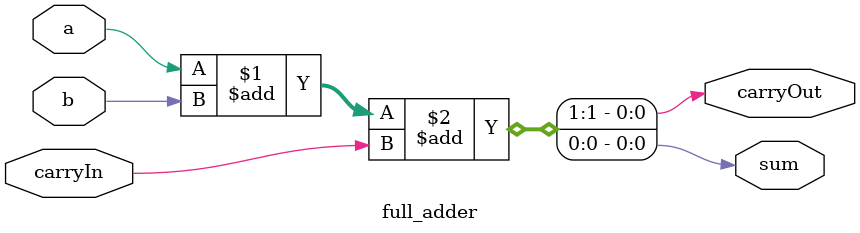
<source format=v>
module full_adder(input a, b, carryIn, output sum, carryOut);
   assign {carryOut, sum} = a+b+carryIn;
endmodule
</source>
